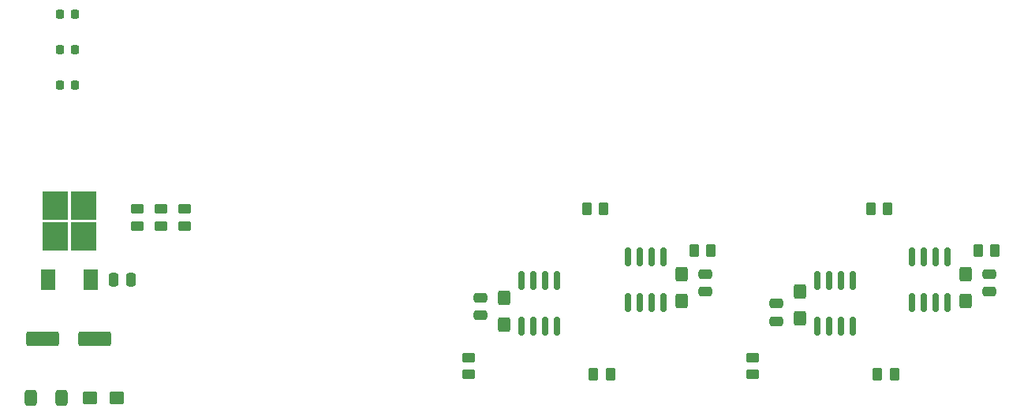
<source format=gtp>
G04 #@! TF.GenerationSoftware,KiCad,Pcbnew,(6.0.4)*
G04 #@! TF.CreationDate,2022-03-29T14:19:39-03:00*
G04 #@! TF.ProjectId,ESP-pwm_8ch-V1,4553502d-7077-46d5-9f38-63682d56312e,rev?*
G04 #@! TF.SameCoordinates,Original*
G04 #@! TF.FileFunction,Paste,Top*
G04 #@! TF.FilePolarity,Positive*
%FSLAX46Y46*%
G04 Gerber Fmt 4.6, Leading zero omitted, Abs format (unit mm)*
G04 Created by KiCad (PCBNEW (6.0.4)) date 2022-03-29 14:19:39*
%MOMM*%
%LPD*%
G01*
G04 APERTURE LIST*
G04 Aperture macros list*
%AMRoundRect*
0 Rectangle with rounded corners*
0 $1 Rounding radius*
0 $2 $3 $4 $5 $6 $7 $8 $9 X,Y pos of 4 corners*
0 Add a 4 corners polygon primitive as box body*
4,1,4,$2,$3,$4,$5,$6,$7,$8,$9,$2,$3,0*
0 Add four circle primitives for the rounded corners*
1,1,$1+$1,$2,$3*
1,1,$1+$1,$4,$5*
1,1,$1+$1,$6,$7*
1,1,$1+$1,$8,$9*
0 Add four rect primitives between the rounded corners*
20,1,$1+$1,$2,$3,$4,$5,0*
20,1,$1+$1,$4,$5,$6,$7,0*
20,1,$1+$1,$6,$7,$8,$9,0*
20,1,$1+$1,$8,$9,$2,$3,0*%
G04 Aperture macros list end*
%ADD10RoundRect,0.150000X0.150000X-0.825000X0.150000X0.825000X-0.150000X0.825000X-0.150000X-0.825000X0*%
%ADD11RoundRect,0.250000X-0.475000X0.250000X-0.475000X-0.250000X0.475000X-0.250000X0.475000X0.250000X0*%
%ADD12RoundRect,0.218750X-0.218750X-0.256250X0.218750X-0.256250X0.218750X0.256250X-0.218750X0.256250X0*%
%ADD13RoundRect,0.250000X0.450000X-0.262500X0.450000X0.262500X-0.450000X0.262500X-0.450000X-0.262500X0*%
%ADD14RoundRect,0.250000X0.262500X0.450000X-0.262500X0.450000X-0.262500X-0.450000X0.262500X-0.450000X0*%
%ADD15RoundRect,0.250000X0.475000X-0.250000X0.475000X0.250000X-0.475000X0.250000X-0.475000X-0.250000X0*%
%ADD16R,2.750000X3.050000*%
%ADD17R,1.600000X2.200000*%
%ADD18RoundRect,0.150000X-0.150000X0.825000X-0.150000X-0.825000X0.150000X-0.825000X0.150000X0.825000X0*%
%ADD19RoundRect,0.250000X0.425000X-0.537500X0.425000X0.537500X-0.425000X0.537500X-0.425000X-0.537500X0*%
%ADD20RoundRect,0.250000X-0.425000X0.537500X-0.425000X-0.537500X0.425000X-0.537500X0.425000X0.537500X0*%
%ADD21RoundRect,0.250000X-1.500000X-0.550000X1.500000X-0.550000X1.500000X0.550000X-1.500000X0.550000X0*%
%ADD22RoundRect,0.250000X-0.537500X-0.425000X0.537500X-0.425000X0.537500X0.425000X-0.537500X0.425000X0*%
%ADD23RoundRect,0.325000X0.325000X0.550000X-0.325000X0.550000X-0.325000X-0.550000X0.325000X-0.550000X0*%
%ADD24RoundRect,0.250000X-0.250000X-0.475000X0.250000X-0.475000X0.250000X0.475000X-0.250000X0.475000X0*%
%ADD25RoundRect,0.250000X-0.262500X-0.450000X0.262500X-0.450000X0.262500X0.450000X-0.262500X0.450000X0*%
G04 APERTURE END LIST*
D10*
X163195000Y-98995000D03*
X164465000Y-98995000D03*
X165735000Y-98995000D03*
X167005000Y-98995000D03*
X167005000Y-94045000D03*
X165735000Y-94045000D03*
X164465000Y-94045000D03*
X163195000Y-94045000D03*
D11*
X171450000Y-95885000D03*
X171450000Y-97785000D03*
D12*
X73330000Y-71755000D03*
X71755000Y-71755000D03*
D13*
X85090000Y-90725000D03*
X85090000Y-88900000D03*
D10*
X132715000Y-98995000D03*
X133985000Y-98995000D03*
X135255000Y-98995000D03*
X136525000Y-98995000D03*
X136525000Y-94045000D03*
X135255000Y-94045000D03*
X133985000Y-94045000D03*
X132715000Y-94045000D03*
D14*
X130810000Y-106680000D03*
X128985000Y-106680000D03*
D15*
X116840000Y-100325000D03*
X116840000Y-98425000D03*
D16*
X74290000Y-88545000D03*
X71240000Y-91895000D03*
X74290000Y-91895000D03*
X71240000Y-88545000D03*
D17*
X70485000Y-96520000D03*
X75045000Y-96520000D03*
D18*
X125095000Y-96585000D03*
X123825000Y-96585000D03*
X122555000Y-96585000D03*
X121285000Y-96585000D03*
X121285000Y-101535000D03*
X122555000Y-101535000D03*
X123825000Y-101535000D03*
X125095000Y-101535000D03*
D19*
X151130000Y-100665000D03*
X151130000Y-97790000D03*
D13*
X146050000Y-106680000D03*
X146050000Y-104855000D03*
X82550000Y-88900000D03*
X82550000Y-90725000D03*
D14*
X141605000Y-93345000D03*
X139780000Y-93345000D03*
D15*
X148590000Y-100965000D03*
X148590000Y-99065000D03*
D20*
X138430000Y-95885000D03*
X138430000Y-98760000D03*
D12*
X73330000Y-75565000D03*
X71755000Y-75565000D03*
D14*
X161290000Y-106680000D03*
X159465000Y-106680000D03*
X172085000Y-93345000D03*
X170260000Y-93345000D03*
D21*
X69850000Y-102870000D03*
X75450000Y-102870000D03*
D22*
X74930000Y-109220000D03*
X77805000Y-109220000D03*
D19*
X119380000Y-101300000D03*
X119380000Y-98425000D03*
D18*
X156845000Y-96585000D03*
X155575000Y-96585000D03*
X154305000Y-96585000D03*
X153035000Y-96585000D03*
X153035000Y-101535000D03*
X154305000Y-101535000D03*
X155575000Y-101535000D03*
X156845000Y-101535000D03*
D23*
X71880000Y-109220000D03*
X68580000Y-109220000D03*
D12*
X71755000Y-67945000D03*
X73330000Y-67945000D03*
D11*
X140970000Y-97785000D03*
X140970000Y-95885000D03*
D20*
X168910000Y-95885000D03*
X168910000Y-98760000D03*
D24*
X77470000Y-96520000D03*
X79370000Y-96520000D03*
D13*
X115570000Y-106680000D03*
X115570000Y-104855000D03*
X80010000Y-90725000D03*
X80010000Y-88900000D03*
D25*
X158750000Y-88900000D03*
X160575000Y-88900000D03*
X128270000Y-88900000D03*
X130095000Y-88900000D03*
M02*

</source>
